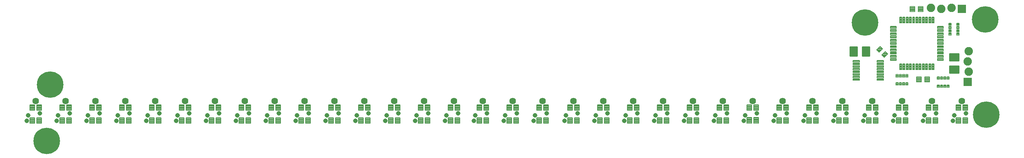
<source format=gts>
G75*
G70*
%OFA0B0*%
%FSLAX24Y24*%
%IPPOS*%
%LPD*%
%AMOC8*
5,1,8,0,0,1.08239X$1,22.5*
%
%ADD10C,0.2580*%
%ADD11C,0.0086*%
%ADD12C,0.0081*%
%ADD13C,0.0083*%
%ADD14C,0.0450*%
%ADD15C,0.0640*%
%ADD16C,0.0080*%
%ADD17C,0.0081*%
%ADD18R,0.0820X0.0820*%
%ADD19C,0.0820*%
%ADD20C,0.0083*%
D10*
X002865Y002306D03*
X003185Y007826D03*
X082285Y013886D03*
X093945Y014186D03*
X094065Y004866D03*
D11*
X090498Y008939D02*
X090498Y009633D01*
X091392Y009633D01*
X091392Y008939D01*
X090498Y008939D01*
X090498Y009024D02*
X091392Y009024D01*
X091392Y009109D02*
X090498Y009109D01*
X090498Y009194D02*
X091392Y009194D01*
X091392Y009279D02*
X090498Y009279D01*
X090498Y009364D02*
X091392Y009364D01*
X091392Y009449D02*
X090498Y009449D01*
X090498Y009534D02*
X091392Y009534D01*
X091392Y009619D02*
X090498Y009619D01*
X090498Y010139D02*
X090498Y010833D01*
X091392Y010833D01*
X091392Y010139D01*
X090498Y010139D01*
X090498Y010224D02*
X091392Y010224D01*
X091392Y010309D02*
X090498Y010309D01*
X090498Y010394D02*
X091392Y010394D01*
X091392Y010479D02*
X090498Y010479D01*
X090498Y010564D02*
X091392Y010564D01*
X091392Y010649D02*
X090498Y010649D01*
X090498Y010734D02*
X091392Y010734D01*
X091392Y010819D02*
X090498Y010819D01*
X082732Y011513D02*
X082038Y011513D01*
X082732Y011513D02*
X082732Y010619D01*
X082038Y010619D01*
X082038Y011513D01*
X082038Y010704D02*
X082732Y010704D01*
X082732Y010789D02*
X082038Y010789D01*
X082038Y010874D02*
X082732Y010874D01*
X082732Y010959D02*
X082038Y010959D01*
X082038Y011044D02*
X082732Y011044D01*
X082732Y011129D02*
X082038Y011129D01*
X082038Y011214D02*
X082732Y011214D01*
X082732Y011299D02*
X082038Y011299D01*
X082038Y011384D02*
X082732Y011384D01*
X082732Y011469D02*
X082038Y011469D01*
X081532Y011513D02*
X080838Y011513D01*
X081532Y011513D02*
X081532Y010619D01*
X080838Y010619D01*
X080838Y011513D01*
X080838Y010704D02*
X081532Y010704D01*
X081532Y010789D02*
X080838Y010789D01*
X080838Y010874D02*
X081532Y010874D01*
X081532Y010959D02*
X080838Y010959D01*
X080838Y011044D02*
X081532Y011044D01*
X081532Y011129D02*
X080838Y011129D01*
X080838Y011214D02*
X081532Y011214D01*
X081532Y011299D02*
X080838Y011299D01*
X080838Y011384D02*
X081532Y011384D01*
X081532Y011469D02*
X080838Y011469D01*
D12*
X090412Y012874D02*
X090648Y012874D01*
X090648Y012654D01*
X090412Y012654D01*
X090412Y012874D01*
X090412Y012734D02*
X090648Y012734D01*
X090648Y012814D02*
X090412Y012814D01*
X090412Y013189D02*
X090648Y013189D01*
X090648Y012969D01*
X090412Y012969D01*
X090412Y013189D01*
X090412Y013049D02*
X090648Y013049D01*
X090648Y013129D02*
X090412Y013129D01*
X090412Y013504D02*
X090648Y013504D01*
X090648Y013284D01*
X090412Y013284D01*
X090412Y013504D01*
X090412Y013364D02*
X090648Y013364D01*
X090648Y013444D02*
X090412Y013444D01*
X090412Y013819D02*
X090648Y013819D01*
X090648Y013599D01*
X090412Y013599D01*
X090412Y013819D01*
X090412Y013679D02*
X090648Y013679D01*
X090648Y013759D02*
X090412Y013759D01*
X091202Y013819D02*
X091438Y013819D01*
X091438Y013599D01*
X091202Y013599D01*
X091202Y013819D01*
X091202Y013679D02*
X091438Y013679D01*
X091438Y013759D02*
X091202Y013759D01*
X091202Y013504D02*
X091438Y013504D01*
X091438Y013284D01*
X091202Y013284D01*
X091202Y013504D01*
X091202Y013364D02*
X091438Y013364D01*
X091438Y013444D02*
X091202Y013444D01*
X091202Y013189D02*
X091438Y013189D01*
X091438Y012969D01*
X091202Y012969D01*
X091202Y013189D01*
X091202Y013049D02*
X091438Y013049D01*
X091438Y013129D02*
X091202Y013129D01*
X091202Y012874D02*
X091438Y012874D01*
X091438Y012654D01*
X091202Y012654D01*
X091202Y012874D01*
X091202Y012734D02*
X091438Y012734D01*
X091438Y012814D02*
X091202Y012814D01*
X086468Y008799D02*
X086468Y008563D01*
X086248Y008563D01*
X086248Y008799D01*
X086468Y008799D01*
X086468Y008643D02*
X086248Y008643D01*
X086248Y008723D02*
X086468Y008723D01*
X086153Y008799D02*
X086153Y008563D01*
X085933Y008563D01*
X085933Y008799D01*
X086153Y008799D01*
X086153Y008643D02*
X085933Y008643D01*
X085933Y008723D02*
X086153Y008723D01*
X085838Y008799D02*
X085838Y008563D01*
X085618Y008563D01*
X085618Y008799D01*
X085838Y008799D01*
X085838Y008643D02*
X085618Y008643D01*
X085618Y008723D02*
X085838Y008723D01*
X085523Y008799D02*
X085523Y008563D01*
X085303Y008563D01*
X085303Y008799D01*
X085523Y008799D01*
X085523Y008643D02*
X085303Y008643D01*
X085303Y008723D02*
X085523Y008723D01*
X085523Y008009D02*
X085523Y007773D01*
X085303Y007773D01*
X085303Y008009D01*
X085523Y008009D01*
X085523Y007853D02*
X085303Y007853D01*
X085303Y007933D02*
X085523Y007933D01*
X085838Y008009D02*
X085838Y007773D01*
X085618Y007773D01*
X085618Y008009D01*
X085838Y008009D01*
X085838Y007853D02*
X085618Y007853D01*
X085618Y007933D02*
X085838Y007933D01*
X086153Y008009D02*
X086153Y007773D01*
X085933Y007773D01*
X085933Y008009D01*
X086153Y008009D01*
X086153Y007853D02*
X085933Y007853D01*
X085933Y007933D02*
X086153Y007933D01*
X086468Y008009D02*
X086468Y007773D01*
X086248Y007773D01*
X086248Y008009D01*
X086468Y008009D01*
X086468Y007853D02*
X086248Y007853D01*
X086248Y007933D02*
X086468Y007933D01*
X089523Y007789D02*
X089523Y007553D01*
X089303Y007553D01*
X089303Y007789D01*
X089523Y007789D01*
X089523Y007633D02*
X089303Y007633D01*
X089303Y007713D02*
X089523Y007713D01*
X089838Y007789D02*
X089838Y007553D01*
X089618Y007553D01*
X089618Y007789D01*
X089838Y007789D01*
X089838Y007633D02*
X089618Y007633D01*
X089618Y007713D02*
X089838Y007713D01*
X090153Y007789D02*
X090153Y007553D01*
X089933Y007553D01*
X089933Y007789D01*
X090153Y007789D01*
X090153Y007633D02*
X089933Y007633D01*
X089933Y007713D02*
X090153Y007713D01*
X090468Y007789D02*
X090468Y007553D01*
X090248Y007553D01*
X090248Y007789D01*
X090468Y007789D01*
X090468Y007633D02*
X090248Y007633D01*
X090248Y007713D02*
X090468Y007713D01*
X090468Y008343D02*
X090468Y008579D01*
X090468Y008343D02*
X090248Y008343D01*
X090248Y008579D01*
X090468Y008579D01*
X090468Y008423D02*
X090248Y008423D01*
X090248Y008503D02*
X090468Y008503D01*
X090153Y008579D02*
X090153Y008343D01*
X089933Y008343D01*
X089933Y008579D01*
X090153Y008579D01*
X090153Y008423D02*
X089933Y008423D01*
X089933Y008503D02*
X090153Y008503D01*
X089838Y008579D02*
X089838Y008343D01*
X089618Y008343D01*
X089618Y008579D01*
X089838Y008579D01*
X089838Y008423D02*
X089618Y008423D01*
X089618Y008503D02*
X089838Y008503D01*
X089523Y008579D02*
X089523Y008343D01*
X089303Y008343D01*
X089303Y008579D01*
X089523Y008579D01*
X089523Y008423D02*
X089303Y008423D01*
X089303Y008503D02*
X089523Y008503D01*
D13*
X088570Y008081D02*
X088100Y008081D01*
X088100Y008591D01*
X088570Y008591D01*
X088570Y008081D01*
X088570Y008163D02*
X088100Y008163D01*
X088100Y008245D02*
X088570Y008245D01*
X088570Y008327D02*
X088100Y008327D01*
X088100Y008409D02*
X088570Y008409D01*
X088570Y008491D02*
X088100Y008491D01*
X088100Y008573D02*
X088570Y008573D01*
X087770Y008081D02*
X087300Y008081D01*
X087300Y008591D01*
X087770Y008591D01*
X087770Y008081D01*
X087770Y008163D02*
X087300Y008163D01*
X087300Y008245D02*
X087770Y008245D01*
X087770Y008327D02*
X087300Y008327D01*
X087300Y008409D02*
X087770Y008409D01*
X087770Y008491D02*
X087300Y008491D01*
X087300Y008573D02*
X087770Y008573D01*
X088216Y005302D02*
X088686Y005302D01*
X088216Y005302D02*
X088216Y005850D01*
X088686Y005850D01*
X088686Y005302D01*
X088686Y005384D02*
X088216Y005384D01*
X088216Y005466D02*
X088686Y005466D01*
X088686Y005548D02*
X088216Y005548D01*
X088216Y005630D02*
X088686Y005630D01*
X088686Y005712D02*
X088216Y005712D01*
X088216Y005794D02*
X088686Y005794D01*
X088905Y005302D02*
X089375Y005302D01*
X088905Y005302D02*
X088905Y005850D01*
X089375Y005850D01*
X089375Y005302D01*
X089375Y005384D02*
X088905Y005384D01*
X088905Y005466D02*
X089375Y005466D01*
X089375Y005548D02*
X088905Y005548D01*
X088905Y005630D02*
X089375Y005630D01*
X089375Y005712D02*
X088905Y005712D01*
X088905Y005794D02*
X089375Y005794D01*
X091116Y005302D02*
X091586Y005302D01*
X091116Y005302D02*
X091116Y005850D01*
X091586Y005850D01*
X091586Y005302D01*
X091586Y005384D02*
X091116Y005384D01*
X091116Y005466D02*
X091586Y005466D01*
X091586Y005548D02*
X091116Y005548D01*
X091116Y005630D02*
X091586Y005630D01*
X091586Y005712D02*
X091116Y005712D01*
X091116Y005794D02*
X091586Y005794D01*
X091805Y005302D02*
X092275Y005302D01*
X091805Y005302D02*
X091805Y005850D01*
X092275Y005850D01*
X092275Y005302D01*
X092275Y005384D02*
X091805Y005384D01*
X091805Y005466D02*
X092275Y005466D01*
X092275Y005548D02*
X091805Y005548D01*
X091805Y005630D02*
X092275Y005630D01*
X092275Y005712D02*
X091805Y005712D01*
X091805Y005794D02*
X092275Y005794D01*
X086475Y005302D02*
X086005Y005302D01*
X086005Y005850D01*
X086475Y005850D01*
X086475Y005302D01*
X086475Y005384D02*
X086005Y005384D01*
X086005Y005466D02*
X086475Y005466D01*
X086475Y005548D02*
X086005Y005548D01*
X086005Y005630D02*
X086475Y005630D01*
X086475Y005712D02*
X086005Y005712D01*
X086005Y005794D02*
X086475Y005794D01*
X085786Y005302D02*
X085316Y005302D01*
X085316Y005850D01*
X085786Y005850D01*
X085786Y005302D01*
X085786Y005384D02*
X085316Y005384D01*
X085316Y005466D02*
X085786Y005466D01*
X085786Y005548D02*
X085316Y005548D01*
X085316Y005630D02*
X085786Y005630D01*
X085786Y005712D02*
X085316Y005712D01*
X085316Y005794D02*
X085786Y005794D01*
X083575Y005302D02*
X083105Y005302D01*
X083105Y005850D01*
X083575Y005850D01*
X083575Y005302D01*
X083575Y005384D02*
X083105Y005384D01*
X083105Y005466D02*
X083575Y005466D01*
X083575Y005548D02*
X083105Y005548D01*
X083105Y005630D02*
X083575Y005630D01*
X083575Y005712D02*
X083105Y005712D01*
X083105Y005794D02*
X083575Y005794D01*
X082886Y005302D02*
X082416Y005302D01*
X082416Y005850D01*
X082886Y005850D01*
X082886Y005302D01*
X082886Y005384D02*
X082416Y005384D01*
X082416Y005466D02*
X082886Y005466D01*
X082886Y005548D02*
X082416Y005548D01*
X082416Y005630D02*
X082886Y005630D01*
X082886Y005712D02*
X082416Y005712D01*
X082416Y005794D02*
X082886Y005794D01*
X080675Y005302D02*
X080205Y005302D01*
X080205Y005850D01*
X080675Y005850D01*
X080675Y005302D01*
X080675Y005384D02*
X080205Y005384D01*
X080205Y005466D02*
X080675Y005466D01*
X080675Y005548D02*
X080205Y005548D01*
X080205Y005630D02*
X080675Y005630D01*
X080675Y005712D02*
X080205Y005712D01*
X080205Y005794D02*
X080675Y005794D01*
X079986Y005302D02*
X079516Y005302D01*
X079516Y005850D01*
X079986Y005850D01*
X079986Y005302D01*
X079986Y005384D02*
X079516Y005384D01*
X079516Y005466D02*
X079986Y005466D01*
X079986Y005548D02*
X079516Y005548D01*
X079516Y005630D02*
X079986Y005630D01*
X079986Y005712D02*
X079516Y005712D01*
X079516Y005794D02*
X079986Y005794D01*
X077775Y005302D02*
X077305Y005302D01*
X077305Y005850D01*
X077775Y005850D01*
X077775Y005302D01*
X077775Y005384D02*
X077305Y005384D01*
X077305Y005466D02*
X077775Y005466D01*
X077775Y005548D02*
X077305Y005548D01*
X077305Y005630D02*
X077775Y005630D01*
X077775Y005712D02*
X077305Y005712D01*
X077305Y005794D02*
X077775Y005794D01*
X077086Y005302D02*
X076616Y005302D01*
X076616Y005850D01*
X077086Y005850D01*
X077086Y005302D01*
X077086Y005384D02*
X076616Y005384D01*
X076616Y005466D02*
X077086Y005466D01*
X077086Y005548D02*
X076616Y005548D01*
X076616Y005630D02*
X077086Y005630D01*
X077086Y005712D02*
X076616Y005712D01*
X076616Y005794D02*
X077086Y005794D01*
X074875Y005302D02*
X074405Y005302D01*
X074405Y005850D01*
X074875Y005850D01*
X074875Y005302D01*
X074875Y005384D02*
X074405Y005384D01*
X074405Y005466D02*
X074875Y005466D01*
X074875Y005548D02*
X074405Y005548D01*
X074405Y005630D02*
X074875Y005630D01*
X074875Y005712D02*
X074405Y005712D01*
X074405Y005794D02*
X074875Y005794D01*
X074186Y005302D02*
X073716Y005302D01*
X073716Y005850D01*
X074186Y005850D01*
X074186Y005302D01*
X074186Y005384D02*
X073716Y005384D01*
X073716Y005466D02*
X074186Y005466D01*
X074186Y005548D02*
X073716Y005548D01*
X073716Y005630D02*
X074186Y005630D01*
X074186Y005712D02*
X073716Y005712D01*
X073716Y005794D02*
X074186Y005794D01*
X071975Y005312D02*
X071505Y005312D01*
X071505Y005860D01*
X071975Y005860D01*
X071975Y005312D01*
X071975Y005394D02*
X071505Y005394D01*
X071505Y005476D02*
X071975Y005476D01*
X071975Y005558D02*
X071505Y005558D01*
X071505Y005640D02*
X071975Y005640D01*
X071975Y005722D02*
X071505Y005722D01*
X071505Y005804D02*
X071975Y005804D01*
X071286Y005312D02*
X070816Y005312D01*
X070816Y005860D01*
X071286Y005860D01*
X071286Y005312D01*
X071286Y005394D02*
X070816Y005394D01*
X070816Y005476D02*
X071286Y005476D01*
X071286Y005558D02*
X070816Y005558D01*
X070816Y005640D02*
X071286Y005640D01*
X071286Y005722D02*
X070816Y005722D01*
X070816Y005804D02*
X071286Y005804D01*
X069075Y005302D02*
X068605Y005302D01*
X068605Y005850D01*
X069075Y005850D01*
X069075Y005302D01*
X069075Y005384D02*
X068605Y005384D01*
X068605Y005466D02*
X069075Y005466D01*
X069075Y005548D02*
X068605Y005548D01*
X068605Y005630D02*
X069075Y005630D01*
X069075Y005712D02*
X068605Y005712D01*
X068605Y005794D02*
X069075Y005794D01*
X068386Y005302D02*
X067916Y005302D01*
X067916Y005850D01*
X068386Y005850D01*
X068386Y005302D01*
X068386Y005384D02*
X067916Y005384D01*
X067916Y005466D02*
X068386Y005466D01*
X068386Y005548D02*
X067916Y005548D01*
X067916Y005630D02*
X068386Y005630D01*
X068386Y005712D02*
X067916Y005712D01*
X067916Y005794D02*
X068386Y005794D01*
X066175Y005302D02*
X065705Y005302D01*
X065705Y005850D01*
X066175Y005850D01*
X066175Y005302D01*
X066175Y005384D02*
X065705Y005384D01*
X065705Y005466D02*
X066175Y005466D01*
X066175Y005548D02*
X065705Y005548D01*
X065705Y005630D02*
X066175Y005630D01*
X066175Y005712D02*
X065705Y005712D01*
X065705Y005794D02*
X066175Y005794D01*
X065486Y005302D02*
X065016Y005302D01*
X065016Y005850D01*
X065486Y005850D01*
X065486Y005302D01*
X065486Y005384D02*
X065016Y005384D01*
X065016Y005466D02*
X065486Y005466D01*
X065486Y005548D02*
X065016Y005548D01*
X065016Y005630D02*
X065486Y005630D01*
X065486Y005712D02*
X065016Y005712D01*
X065016Y005794D02*
X065486Y005794D01*
X063275Y005302D02*
X062805Y005302D01*
X062805Y005850D01*
X063275Y005850D01*
X063275Y005302D01*
X063275Y005384D02*
X062805Y005384D01*
X062805Y005466D02*
X063275Y005466D01*
X063275Y005548D02*
X062805Y005548D01*
X062805Y005630D02*
X063275Y005630D01*
X063275Y005712D02*
X062805Y005712D01*
X062805Y005794D02*
X063275Y005794D01*
X062586Y005302D02*
X062116Y005302D01*
X062116Y005850D01*
X062586Y005850D01*
X062586Y005302D01*
X062586Y005384D02*
X062116Y005384D01*
X062116Y005466D02*
X062586Y005466D01*
X062586Y005548D02*
X062116Y005548D01*
X062116Y005630D02*
X062586Y005630D01*
X062586Y005712D02*
X062116Y005712D01*
X062116Y005794D02*
X062586Y005794D01*
X060375Y005302D02*
X059905Y005302D01*
X059905Y005850D01*
X060375Y005850D01*
X060375Y005302D01*
X060375Y005384D02*
X059905Y005384D01*
X059905Y005466D02*
X060375Y005466D01*
X060375Y005548D02*
X059905Y005548D01*
X059905Y005630D02*
X060375Y005630D01*
X060375Y005712D02*
X059905Y005712D01*
X059905Y005794D02*
X060375Y005794D01*
X059686Y005302D02*
X059216Y005302D01*
X059216Y005850D01*
X059686Y005850D01*
X059686Y005302D01*
X059686Y005384D02*
X059216Y005384D01*
X059216Y005466D02*
X059686Y005466D01*
X059686Y005548D02*
X059216Y005548D01*
X059216Y005630D02*
X059686Y005630D01*
X059686Y005712D02*
X059216Y005712D01*
X059216Y005794D02*
X059686Y005794D01*
X057475Y005302D02*
X057005Y005302D01*
X057005Y005850D01*
X057475Y005850D01*
X057475Y005302D01*
X057475Y005384D02*
X057005Y005384D01*
X057005Y005466D02*
X057475Y005466D01*
X057475Y005548D02*
X057005Y005548D01*
X057005Y005630D02*
X057475Y005630D01*
X057475Y005712D02*
X057005Y005712D01*
X057005Y005794D02*
X057475Y005794D01*
X056786Y005302D02*
X056316Y005302D01*
X056316Y005850D01*
X056786Y005850D01*
X056786Y005302D01*
X056786Y005384D02*
X056316Y005384D01*
X056316Y005466D02*
X056786Y005466D01*
X056786Y005548D02*
X056316Y005548D01*
X056316Y005630D02*
X056786Y005630D01*
X056786Y005712D02*
X056316Y005712D01*
X056316Y005794D02*
X056786Y005794D01*
X054575Y005302D02*
X054105Y005302D01*
X054105Y005850D01*
X054575Y005850D01*
X054575Y005302D01*
X054575Y005384D02*
X054105Y005384D01*
X054105Y005466D02*
X054575Y005466D01*
X054575Y005548D02*
X054105Y005548D01*
X054105Y005630D02*
X054575Y005630D01*
X054575Y005712D02*
X054105Y005712D01*
X054105Y005794D02*
X054575Y005794D01*
X053886Y005302D02*
X053416Y005302D01*
X053416Y005850D01*
X053886Y005850D01*
X053886Y005302D01*
X053886Y005384D02*
X053416Y005384D01*
X053416Y005466D02*
X053886Y005466D01*
X053886Y005548D02*
X053416Y005548D01*
X053416Y005630D02*
X053886Y005630D01*
X053886Y005712D02*
X053416Y005712D01*
X053416Y005794D02*
X053886Y005794D01*
X051575Y005302D02*
X051105Y005302D01*
X051105Y005850D01*
X051575Y005850D01*
X051575Y005302D01*
X051575Y005384D02*
X051105Y005384D01*
X051105Y005466D02*
X051575Y005466D01*
X051575Y005548D02*
X051105Y005548D01*
X051105Y005630D02*
X051575Y005630D01*
X051575Y005712D02*
X051105Y005712D01*
X051105Y005794D02*
X051575Y005794D01*
X050886Y005302D02*
X050416Y005302D01*
X050416Y005850D01*
X050886Y005850D01*
X050886Y005302D01*
X050886Y005384D02*
X050416Y005384D01*
X050416Y005466D02*
X050886Y005466D01*
X050886Y005548D02*
X050416Y005548D01*
X050416Y005630D02*
X050886Y005630D01*
X050886Y005712D02*
X050416Y005712D01*
X050416Y005794D02*
X050886Y005794D01*
X048675Y005302D02*
X048205Y005302D01*
X048205Y005850D01*
X048675Y005850D01*
X048675Y005302D01*
X048675Y005384D02*
X048205Y005384D01*
X048205Y005466D02*
X048675Y005466D01*
X048675Y005548D02*
X048205Y005548D01*
X048205Y005630D02*
X048675Y005630D01*
X048675Y005712D02*
X048205Y005712D01*
X048205Y005794D02*
X048675Y005794D01*
X047986Y005302D02*
X047516Y005302D01*
X047516Y005850D01*
X047986Y005850D01*
X047986Y005302D01*
X047986Y005384D02*
X047516Y005384D01*
X047516Y005466D02*
X047986Y005466D01*
X047986Y005548D02*
X047516Y005548D01*
X047516Y005630D02*
X047986Y005630D01*
X047986Y005712D02*
X047516Y005712D01*
X047516Y005794D02*
X047986Y005794D01*
X045775Y005302D02*
X045305Y005302D01*
X045305Y005850D01*
X045775Y005850D01*
X045775Y005302D01*
X045775Y005384D02*
X045305Y005384D01*
X045305Y005466D02*
X045775Y005466D01*
X045775Y005548D02*
X045305Y005548D01*
X045305Y005630D02*
X045775Y005630D01*
X045775Y005712D02*
X045305Y005712D01*
X045305Y005794D02*
X045775Y005794D01*
X045086Y005302D02*
X044616Y005302D01*
X044616Y005850D01*
X045086Y005850D01*
X045086Y005302D01*
X045086Y005384D02*
X044616Y005384D01*
X044616Y005466D02*
X045086Y005466D01*
X045086Y005548D02*
X044616Y005548D01*
X044616Y005630D02*
X045086Y005630D01*
X045086Y005712D02*
X044616Y005712D01*
X044616Y005794D02*
X045086Y005794D01*
X042975Y005302D02*
X042505Y005302D01*
X042505Y005850D01*
X042975Y005850D01*
X042975Y005302D01*
X042975Y005384D02*
X042505Y005384D01*
X042505Y005466D02*
X042975Y005466D01*
X042975Y005548D02*
X042505Y005548D01*
X042505Y005630D02*
X042975Y005630D01*
X042975Y005712D02*
X042505Y005712D01*
X042505Y005794D02*
X042975Y005794D01*
X042286Y005302D02*
X041816Y005302D01*
X041816Y005850D01*
X042286Y005850D01*
X042286Y005302D01*
X042286Y005384D02*
X041816Y005384D01*
X041816Y005466D02*
X042286Y005466D01*
X042286Y005548D02*
X041816Y005548D01*
X041816Y005630D02*
X042286Y005630D01*
X042286Y005712D02*
X041816Y005712D01*
X041816Y005794D02*
X042286Y005794D01*
X040075Y005302D02*
X039605Y005302D01*
X039605Y005850D01*
X040075Y005850D01*
X040075Y005302D01*
X040075Y005384D02*
X039605Y005384D01*
X039605Y005466D02*
X040075Y005466D01*
X040075Y005548D02*
X039605Y005548D01*
X039605Y005630D02*
X040075Y005630D01*
X040075Y005712D02*
X039605Y005712D01*
X039605Y005794D02*
X040075Y005794D01*
X039386Y005302D02*
X038916Y005302D01*
X038916Y005850D01*
X039386Y005850D01*
X039386Y005302D01*
X039386Y005384D02*
X038916Y005384D01*
X038916Y005466D02*
X039386Y005466D01*
X039386Y005548D02*
X038916Y005548D01*
X038916Y005630D02*
X039386Y005630D01*
X039386Y005712D02*
X038916Y005712D01*
X038916Y005794D02*
X039386Y005794D01*
X037175Y005302D02*
X036705Y005302D01*
X036705Y005850D01*
X037175Y005850D01*
X037175Y005302D01*
X037175Y005384D02*
X036705Y005384D01*
X036705Y005466D02*
X037175Y005466D01*
X037175Y005548D02*
X036705Y005548D01*
X036705Y005630D02*
X037175Y005630D01*
X037175Y005712D02*
X036705Y005712D01*
X036705Y005794D02*
X037175Y005794D01*
X036486Y005302D02*
X036016Y005302D01*
X036016Y005850D01*
X036486Y005850D01*
X036486Y005302D01*
X036486Y005384D02*
X036016Y005384D01*
X036016Y005466D02*
X036486Y005466D01*
X036486Y005548D02*
X036016Y005548D01*
X036016Y005630D02*
X036486Y005630D01*
X036486Y005712D02*
X036016Y005712D01*
X036016Y005794D02*
X036486Y005794D01*
X034275Y005302D02*
X033805Y005302D01*
X033805Y005850D01*
X034275Y005850D01*
X034275Y005302D01*
X034275Y005384D02*
X033805Y005384D01*
X033805Y005466D02*
X034275Y005466D01*
X034275Y005548D02*
X033805Y005548D01*
X033805Y005630D02*
X034275Y005630D01*
X034275Y005712D02*
X033805Y005712D01*
X033805Y005794D02*
X034275Y005794D01*
X033586Y005302D02*
X033116Y005302D01*
X033116Y005850D01*
X033586Y005850D01*
X033586Y005302D01*
X033586Y005384D02*
X033116Y005384D01*
X033116Y005466D02*
X033586Y005466D01*
X033586Y005548D02*
X033116Y005548D01*
X033116Y005630D02*
X033586Y005630D01*
X033586Y005712D02*
X033116Y005712D01*
X033116Y005794D02*
X033586Y005794D01*
X031375Y005302D02*
X030905Y005302D01*
X030905Y005850D01*
X031375Y005850D01*
X031375Y005302D01*
X031375Y005384D02*
X030905Y005384D01*
X030905Y005466D02*
X031375Y005466D01*
X031375Y005548D02*
X030905Y005548D01*
X030905Y005630D02*
X031375Y005630D01*
X031375Y005712D02*
X030905Y005712D01*
X030905Y005794D02*
X031375Y005794D01*
X030686Y005302D02*
X030216Y005302D01*
X030216Y005850D01*
X030686Y005850D01*
X030686Y005302D01*
X030686Y005384D02*
X030216Y005384D01*
X030216Y005466D02*
X030686Y005466D01*
X030686Y005548D02*
X030216Y005548D01*
X030216Y005630D02*
X030686Y005630D01*
X030686Y005712D02*
X030216Y005712D01*
X030216Y005794D02*
X030686Y005794D01*
X028475Y005302D02*
X028005Y005302D01*
X028005Y005850D01*
X028475Y005850D01*
X028475Y005302D01*
X028475Y005384D02*
X028005Y005384D01*
X028005Y005466D02*
X028475Y005466D01*
X028475Y005548D02*
X028005Y005548D01*
X028005Y005630D02*
X028475Y005630D01*
X028475Y005712D02*
X028005Y005712D01*
X028005Y005794D02*
X028475Y005794D01*
X027786Y005302D02*
X027316Y005302D01*
X027316Y005850D01*
X027786Y005850D01*
X027786Y005302D01*
X027786Y005384D02*
X027316Y005384D01*
X027316Y005466D02*
X027786Y005466D01*
X027786Y005548D02*
X027316Y005548D01*
X027316Y005630D02*
X027786Y005630D01*
X027786Y005712D02*
X027316Y005712D01*
X027316Y005794D02*
X027786Y005794D01*
X025575Y005302D02*
X025105Y005302D01*
X025105Y005850D01*
X025575Y005850D01*
X025575Y005302D01*
X025575Y005384D02*
X025105Y005384D01*
X025105Y005466D02*
X025575Y005466D01*
X025575Y005548D02*
X025105Y005548D01*
X025105Y005630D02*
X025575Y005630D01*
X025575Y005712D02*
X025105Y005712D01*
X025105Y005794D02*
X025575Y005794D01*
X024886Y005302D02*
X024416Y005302D01*
X024416Y005850D01*
X024886Y005850D01*
X024886Y005302D01*
X024886Y005384D02*
X024416Y005384D01*
X024416Y005466D02*
X024886Y005466D01*
X024886Y005548D02*
X024416Y005548D01*
X024416Y005630D02*
X024886Y005630D01*
X024886Y005712D02*
X024416Y005712D01*
X024416Y005794D02*
X024886Y005794D01*
X022675Y005302D02*
X022205Y005302D01*
X022205Y005850D01*
X022675Y005850D01*
X022675Y005302D01*
X022675Y005384D02*
X022205Y005384D01*
X022205Y005466D02*
X022675Y005466D01*
X022675Y005548D02*
X022205Y005548D01*
X022205Y005630D02*
X022675Y005630D01*
X022675Y005712D02*
X022205Y005712D01*
X022205Y005794D02*
X022675Y005794D01*
X021986Y005302D02*
X021516Y005302D01*
X021516Y005850D01*
X021986Y005850D01*
X021986Y005302D01*
X021986Y005384D02*
X021516Y005384D01*
X021516Y005466D02*
X021986Y005466D01*
X021986Y005548D02*
X021516Y005548D01*
X021516Y005630D02*
X021986Y005630D01*
X021986Y005712D02*
X021516Y005712D01*
X021516Y005794D02*
X021986Y005794D01*
X019775Y005302D02*
X019305Y005302D01*
X019305Y005850D01*
X019775Y005850D01*
X019775Y005302D01*
X019775Y005384D02*
X019305Y005384D01*
X019305Y005466D02*
X019775Y005466D01*
X019775Y005548D02*
X019305Y005548D01*
X019305Y005630D02*
X019775Y005630D01*
X019775Y005712D02*
X019305Y005712D01*
X019305Y005794D02*
X019775Y005794D01*
X019086Y005302D02*
X018616Y005302D01*
X018616Y005850D01*
X019086Y005850D01*
X019086Y005302D01*
X019086Y005384D02*
X018616Y005384D01*
X018616Y005466D02*
X019086Y005466D01*
X019086Y005548D02*
X018616Y005548D01*
X018616Y005630D02*
X019086Y005630D01*
X019086Y005712D02*
X018616Y005712D01*
X018616Y005794D02*
X019086Y005794D01*
X016875Y005302D02*
X016405Y005302D01*
X016405Y005850D01*
X016875Y005850D01*
X016875Y005302D01*
X016875Y005384D02*
X016405Y005384D01*
X016405Y005466D02*
X016875Y005466D01*
X016875Y005548D02*
X016405Y005548D01*
X016405Y005630D02*
X016875Y005630D01*
X016875Y005712D02*
X016405Y005712D01*
X016405Y005794D02*
X016875Y005794D01*
X016186Y005302D02*
X015716Y005302D01*
X015716Y005850D01*
X016186Y005850D01*
X016186Y005302D01*
X016186Y005384D02*
X015716Y005384D01*
X015716Y005466D02*
X016186Y005466D01*
X016186Y005548D02*
X015716Y005548D01*
X015716Y005630D02*
X016186Y005630D01*
X016186Y005712D02*
X015716Y005712D01*
X015716Y005794D02*
X016186Y005794D01*
X013975Y005302D02*
X013505Y005302D01*
X013505Y005850D01*
X013975Y005850D01*
X013975Y005302D01*
X013975Y005384D02*
X013505Y005384D01*
X013505Y005466D02*
X013975Y005466D01*
X013975Y005548D02*
X013505Y005548D01*
X013505Y005630D02*
X013975Y005630D01*
X013975Y005712D02*
X013505Y005712D01*
X013505Y005794D02*
X013975Y005794D01*
X013286Y005302D02*
X012816Y005302D01*
X012816Y005850D01*
X013286Y005850D01*
X013286Y005302D01*
X013286Y005384D02*
X012816Y005384D01*
X012816Y005466D02*
X013286Y005466D01*
X013286Y005548D02*
X012816Y005548D01*
X012816Y005630D02*
X013286Y005630D01*
X013286Y005712D02*
X012816Y005712D01*
X012816Y005794D02*
X013286Y005794D01*
X011075Y005302D02*
X010605Y005302D01*
X010605Y005850D01*
X011075Y005850D01*
X011075Y005302D01*
X011075Y005384D02*
X010605Y005384D01*
X010605Y005466D02*
X011075Y005466D01*
X011075Y005548D02*
X010605Y005548D01*
X010605Y005630D02*
X011075Y005630D01*
X011075Y005712D02*
X010605Y005712D01*
X010605Y005794D02*
X011075Y005794D01*
X010386Y005302D02*
X009916Y005302D01*
X009916Y005850D01*
X010386Y005850D01*
X010386Y005302D01*
X010386Y005384D02*
X009916Y005384D01*
X009916Y005466D02*
X010386Y005466D01*
X010386Y005548D02*
X009916Y005548D01*
X009916Y005630D02*
X010386Y005630D01*
X010386Y005712D02*
X009916Y005712D01*
X009916Y005794D02*
X010386Y005794D01*
X008175Y005302D02*
X007705Y005302D01*
X007705Y005850D01*
X008175Y005850D01*
X008175Y005302D01*
X008175Y005384D02*
X007705Y005384D01*
X007705Y005466D02*
X008175Y005466D01*
X008175Y005548D02*
X007705Y005548D01*
X007705Y005630D02*
X008175Y005630D01*
X008175Y005712D02*
X007705Y005712D01*
X007705Y005794D02*
X008175Y005794D01*
X007486Y005302D02*
X007016Y005302D01*
X007016Y005850D01*
X007486Y005850D01*
X007486Y005302D01*
X007486Y005384D02*
X007016Y005384D01*
X007016Y005466D02*
X007486Y005466D01*
X007486Y005548D02*
X007016Y005548D01*
X007016Y005630D02*
X007486Y005630D01*
X007486Y005712D02*
X007016Y005712D01*
X007016Y005794D02*
X007486Y005794D01*
X005275Y005302D02*
X004805Y005302D01*
X004805Y005850D01*
X005275Y005850D01*
X005275Y005302D01*
X005275Y005384D02*
X004805Y005384D01*
X004805Y005466D02*
X005275Y005466D01*
X005275Y005548D02*
X004805Y005548D01*
X004805Y005630D02*
X005275Y005630D01*
X005275Y005712D02*
X004805Y005712D01*
X004805Y005794D02*
X005275Y005794D01*
X004586Y005302D02*
X004116Y005302D01*
X004116Y005850D01*
X004586Y005850D01*
X004586Y005302D01*
X004586Y005384D02*
X004116Y005384D01*
X004116Y005466D02*
X004586Y005466D01*
X004586Y005548D02*
X004116Y005548D01*
X004116Y005630D02*
X004586Y005630D01*
X004586Y005712D02*
X004116Y005712D01*
X004116Y005794D02*
X004586Y005794D01*
X002375Y005302D02*
X001905Y005302D01*
X001905Y005850D01*
X002375Y005850D01*
X002375Y005302D01*
X002375Y005384D02*
X001905Y005384D01*
X001905Y005466D02*
X002375Y005466D01*
X002375Y005548D02*
X001905Y005548D01*
X001905Y005630D02*
X002375Y005630D01*
X002375Y005712D02*
X001905Y005712D01*
X001905Y005794D02*
X002375Y005794D01*
X001686Y005302D02*
X001216Y005302D01*
X001216Y005850D01*
X001686Y005850D01*
X001686Y005302D01*
X001686Y005384D02*
X001216Y005384D01*
X001216Y005466D02*
X001686Y005466D01*
X001686Y005548D02*
X001216Y005548D01*
X001216Y005630D02*
X001686Y005630D01*
X001686Y005712D02*
X001216Y005712D01*
X001216Y005794D02*
X001686Y005794D01*
X001686Y004043D02*
X001216Y004043D01*
X001216Y004591D01*
X001686Y004591D01*
X001686Y004043D01*
X001686Y004125D02*
X001216Y004125D01*
X001216Y004207D02*
X001686Y004207D01*
X001686Y004289D02*
X001216Y004289D01*
X001216Y004371D02*
X001686Y004371D01*
X001686Y004453D02*
X001216Y004453D01*
X001216Y004535D02*
X001686Y004535D01*
X001905Y004043D02*
X002375Y004043D01*
X001905Y004043D02*
X001905Y004591D01*
X002375Y004591D01*
X002375Y004043D01*
X002375Y004125D02*
X001905Y004125D01*
X001905Y004207D02*
X002375Y004207D01*
X002375Y004289D02*
X001905Y004289D01*
X001905Y004371D02*
X002375Y004371D01*
X002375Y004453D02*
X001905Y004453D01*
X001905Y004535D02*
X002375Y004535D01*
X004116Y004043D02*
X004586Y004043D01*
X004116Y004043D02*
X004116Y004591D01*
X004586Y004591D01*
X004586Y004043D01*
X004586Y004125D02*
X004116Y004125D01*
X004116Y004207D02*
X004586Y004207D01*
X004586Y004289D02*
X004116Y004289D01*
X004116Y004371D02*
X004586Y004371D01*
X004586Y004453D02*
X004116Y004453D01*
X004116Y004535D02*
X004586Y004535D01*
X004805Y004043D02*
X005275Y004043D01*
X004805Y004043D02*
X004805Y004591D01*
X005275Y004591D01*
X005275Y004043D01*
X005275Y004125D02*
X004805Y004125D01*
X004805Y004207D02*
X005275Y004207D01*
X005275Y004289D02*
X004805Y004289D01*
X004805Y004371D02*
X005275Y004371D01*
X005275Y004453D02*
X004805Y004453D01*
X004805Y004535D02*
X005275Y004535D01*
X007016Y004043D02*
X007486Y004043D01*
X007016Y004043D02*
X007016Y004591D01*
X007486Y004591D01*
X007486Y004043D01*
X007486Y004125D02*
X007016Y004125D01*
X007016Y004207D02*
X007486Y004207D01*
X007486Y004289D02*
X007016Y004289D01*
X007016Y004371D02*
X007486Y004371D01*
X007486Y004453D02*
X007016Y004453D01*
X007016Y004535D02*
X007486Y004535D01*
X007705Y004043D02*
X008175Y004043D01*
X007705Y004043D02*
X007705Y004591D01*
X008175Y004591D01*
X008175Y004043D01*
X008175Y004125D02*
X007705Y004125D01*
X007705Y004207D02*
X008175Y004207D01*
X008175Y004289D02*
X007705Y004289D01*
X007705Y004371D02*
X008175Y004371D01*
X008175Y004453D02*
X007705Y004453D01*
X007705Y004535D02*
X008175Y004535D01*
X009916Y004043D02*
X010386Y004043D01*
X009916Y004043D02*
X009916Y004591D01*
X010386Y004591D01*
X010386Y004043D01*
X010386Y004125D02*
X009916Y004125D01*
X009916Y004207D02*
X010386Y004207D01*
X010386Y004289D02*
X009916Y004289D01*
X009916Y004371D02*
X010386Y004371D01*
X010386Y004453D02*
X009916Y004453D01*
X009916Y004535D02*
X010386Y004535D01*
X010605Y004043D02*
X011075Y004043D01*
X010605Y004043D02*
X010605Y004591D01*
X011075Y004591D01*
X011075Y004043D01*
X011075Y004125D02*
X010605Y004125D01*
X010605Y004207D02*
X011075Y004207D01*
X011075Y004289D02*
X010605Y004289D01*
X010605Y004371D02*
X011075Y004371D01*
X011075Y004453D02*
X010605Y004453D01*
X010605Y004535D02*
X011075Y004535D01*
X012816Y004043D02*
X013286Y004043D01*
X012816Y004043D02*
X012816Y004591D01*
X013286Y004591D01*
X013286Y004043D01*
X013286Y004125D02*
X012816Y004125D01*
X012816Y004207D02*
X013286Y004207D01*
X013286Y004289D02*
X012816Y004289D01*
X012816Y004371D02*
X013286Y004371D01*
X013286Y004453D02*
X012816Y004453D01*
X012816Y004535D02*
X013286Y004535D01*
X013505Y004043D02*
X013975Y004043D01*
X013505Y004043D02*
X013505Y004591D01*
X013975Y004591D01*
X013975Y004043D01*
X013975Y004125D02*
X013505Y004125D01*
X013505Y004207D02*
X013975Y004207D01*
X013975Y004289D02*
X013505Y004289D01*
X013505Y004371D02*
X013975Y004371D01*
X013975Y004453D02*
X013505Y004453D01*
X013505Y004535D02*
X013975Y004535D01*
X015716Y004043D02*
X016186Y004043D01*
X015716Y004043D02*
X015716Y004591D01*
X016186Y004591D01*
X016186Y004043D01*
X016186Y004125D02*
X015716Y004125D01*
X015716Y004207D02*
X016186Y004207D01*
X016186Y004289D02*
X015716Y004289D01*
X015716Y004371D02*
X016186Y004371D01*
X016186Y004453D02*
X015716Y004453D01*
X015716Y004535D02*
X016186Y004535D01*
X016405Y004043D02*
X016875Y004043D01*
X016405Y004043D02*
X016405Y004591D01*
X016875Y004591D01*
X016875Y004043D01*
X016875Y004125D02*
X016405Y004125D01*
X016405Y004207D02*
X016875Y004207D01*
X016875Y004289D02*
X016405Y004289D01*
X016405Y004371D02*
X016875Y004371D01*
X016875Y004453D02*
X016405Y004453D01*
X016405Y004535D02*
X016875Y004535D01*
X018616Y004043D02*
X019086Y004043D01*
X018616Y004043D02*
X018616Y004591D01*
X019086Y004591D01*
X019086Y004043D01*
X019086Y004125D02*
X018616Y004125D01*
X018616Y004207D02*
X019086Y004207D01*
X019086Y004289D02*
X018616Y004289D01*
X018616Y004371D02*
X019086Y004371D01*
X019086Y004453D02*
X018616Y004453D01*
X018616Y004535D02*
X019086Y004535D01*
X019305Y004043D02*
X019775Y004043D01*
X019305Y004043D02*
X019305Y004591D01*
X019775Y004591D01*
X019775Y004043D01*
X019775Y004125D02*
X019305Y004125D01*
X019305Y004207D02*
X019775Y004207D01*
X019775Y004289D02*
X019305Y004289D01*
X019305Y004371D02*
X019775Y004371D01*
X019775Y004453D02*
X019305Y004453D01*
X019305Y004535D02*
X019775Y004535D01*
X021516Y004043D02*
X021986Y004043D01*
X021516Y004043D02*
X021516Y004591D01*
X021986Y004591D01*
X021986Y004043D01*
X021986Y004125D02*
X021516Y004125D01*
X021516Y004207D02*
X021986Y004207D01*
X021986Y004289D02*
X021516Y004289D01*
X021516Y004371D02*
X021986Y004371D01*
X021986Y004453D02*
X021516Y004453D01*
X021516Y004535D02*
X021986Y004535D01*
X022205Y004043D02*
X022675Y004043D01*
X022205Y004043D02*
X022205Y004591D01*
X022675Y004591D01*
X022675Y004043D01*
X022675Y004125D02*
X022205Y004125D01*
X022205Y004207D02*
X022675Y004207D01*
X022675Y004289D02*
X022205Y004289D01*
X022205Y004371D02*
X022675Y004371D01*
X022675Y004453D02*
X022205Y004453D01*
X022205Y004535D02*
X022675Y004535D01*
X024416Y004043D02*
X024886Y004043D01*
X024416Y004043D02*
X024416Y004591D01*
X024886Y004591D01*
X024886Y004043D01*
X024886Y004125D02*
X024416Y004125D01*
X024416Y004207D02*
X024886Y004207D01*
X024886Y004289D02*
X024416Y004289D01*
X024416Y004371D02*
X024886Y004371D01*
X024886Y004453D02*
X024416Y004453D01*
X024416Y004535D02*
X024886Y004535D01*
X025105Y004043D02*
X025575Y004043D01*
X025105Y004043D02*
X025105Y004591D01*
X025575Y004591D01*
X025575Y004043D01*
X025575Y004125D02*
X025105Y004125D01*
X025105Y004207D02*
X025575Y004207D01*
X025575Y004289D02*
X025105Y004289D01*
X025105Y004371D02*
X025575Y004371D01*
X025575Y004453D02*
X025105Y004453D01*
X025105Y004535D02*
X025575Y004535D01*
X027316Y004043D02*
X027786Y004043D01*
X027316Y004043D02*
X027316Y004591D01*
X027786Y004591D01*
X027786Y004043D01*
X027786Y004125D02*
X027316Y004125D01*
X027316Y004207D02*
X027786Y004207D01*
X027786Y004289D02*
X027316Y004289D01*
X027316Y004371D02*
X027786Y004371D01*
X027786Y004453D02*
X027316Y004453D01*
X027316Y004535D02*
X027786Y004535D01*
X028005Y004043D02*
X028475Y004043D01*
X028005Y004043D02*
X028005Y004591D01*
X028475Y004591D01*
X028475Y004043D01*
X028475Y004125D02*
X028005Y004125D01*
X028005Y004207D02*
X028475Y004207D01*
X028475Y004289D02*
X028005Y004289D01*
X028005Y004371D02*
X028475Y004371D01*
X028475Y004453D02*
X028005Y004453D01*
X028005Y004535D02*
X028475Y004535D01*
X030216Y004043D02*
X030686Y004043D01*
X030216Y004043D02*
X030216Y004591D01*
X030686Y004591D01*
X030686Y004043D01*
X030686Y004125D02*
X030216Y004125D01*
X030216Y004207D02*
X030686Y004207D01*
X030686Y004289D02*
X030216Y004289D01*
X030216Y004371D02*
X030686Y004371D01*
X030686Y004453D02*
X030216Y004453D01*
X030216Y004535D02*
X030686Y004535D01*
X030905Y004043D02*
X031375Y004043D01*
X030905Y004043D02*
X030905Y004591D01*
X031375Y004591D01*
X031375Y004043D01*
X031375Y004125D02*
X030905Y004125D01*
X030905Y004207D02*
X031375Y004207D01*
X031375Y004289D02*
X030905Y004289D01*
X030905Y004371D02*
X031375Y004371D01*
X031375Y004453D02*
X030905Y004453D01*
X030905Y004535D02*
X031375Y004535D01*
X033116Y004043D02*
X033586Y004043D01*
X033116Y004043D02*
X033116Y004591D01*
X033586Y004591D01*
X033586Y004043D01*
X033586Y004125D02*
X033116Y004125D01*
X033116Y004207D02*
X033586Y004207D01*
X033586Y004289D02*
X033116Y004289D01*
X033116Y004371D02*
X033586Y004371D01*
X033586Y004453D02*
X033116Y004453D01*
X033116Y004535D02*
X033586Y004535D01*
X033805Y004043D02*
X034275Y004043D01*
X033805Y004043D02*
X033805Y004591D01*
X034275Y004591D01*
X034275Y004043D01*
X034275Y004125D02*
X033805Y004125D01*
X033805Y004207D02*
X034275Y004207D01*
X034275Y004289D02*
X033805Y004289D01*
X033805Y004371D02*
X034275Y004371D01*
X034275Y004453D02*
X033805Y004453D01*
X033805Y004535D02*
X034275Y004535D01*
X036016Y004043D02*
X036486Y004043D01*
X036016Y004043D02*
X036016Y004591D01*
X036486Y004591D01*
X036486Y004043D01*
X036486Y004125D02*
X036016Y004125D01*
X036016Y004207D02*
X036486Y004207D01*
X036486Y004289D02*
X036016Y004289D01*
X036016Y004371D02*
X036486Y004371D01*
X036486Y004453D02*
X036016Y004453D01*
X036016Y004535D02*
X036486Y004535D01*
X036705Y004043D02*
X037175Y004043D01*
X036705Y004043D02*
X036705Y004591D01*
X037175Y004591D01*
X037175Y004043D01*
X037175Y004125D02*
X036705Y004125D01*
X036705Y004207D02*
X037175Y004207D01*
X037175Y004289D02*
X036705Y004289D01*
X036705Y004371D02*
X037175Y004371D01*
X037175Y004453D02*
X036705Y004453D01*
X036705Y004535D02*
X037175Y004535D01*
X038916Y004043D02*
X039386Y004043D01*
X038916Y004043D02*
X038916Y004591D01*
X039386Y004591D01*
X039386Y004043D01*
X039386Y004125D02*
X038916Y004125D01*
X038916Y004207D02*
X039386Y004207D01*
X039386Y004289D02*
X038916Y004289D01*
X038916Y004371D02*
X039386Y004371D01*
X039386Y004453D02*
X038916Y004453D01*
X038916Y004535D02*
X039386Y004535D01*
X039605Y004043D02*
X040075Y004043D01*
X039605Y004043D02*
X039605Y004591D01*
X040075Y004591D01*
X040075Y004043D01*
X040075Y004125D02*
X039605Y004125D01*
X039605Y004207D02*
X040075Y004207D01*
X040075Y004289D02*
X039605Y004289D01*
X039605Y004371D02*
X040075Y004371D01*
X040075Y004453D02*
X039605Y004453D01*
X039605Y004535D02*
X040075Y004535D01*
X041816Y004043D02*
X042286Y004043D01*
X041816Y004043D02*
X041816Y004591D01*
X042286Y004591D01*
X042286Y004043D01*
X042286Y004125D02*
X041816Y004125D01*
X041816Y004207D02*
X042286Y004207D01*
X042286Y004289D02*
X041816Y004289D01*
X041816Y004371D02*
X042286Y004371D01*
X042286Y004453D02*
X041816Y004453D01*
X041816Y004535D02*
X042286Y004535D01*
X042505Y004043D02*
X042975Y004043D01*
X042505Y004043D02*
X042505Y004591D01*
X042975Y004591D01*
X042975Y004043D01*
X042975Y004125D02*
X042505Y004125D01*
X042505Y004207D02*
X042975Y004207D01*
X042975Y004289D02*
X042505Y004289D01*
X042505Y004371D02*
X042975Y004371D01*
X042975Y004453D02*
X042505Y004453D01*
X042505Y004535D02*
X042975Y004535D01*
X044616Y004043D02*
X045086Y004043D01*
X044616Y004043D02*
X044616Y004591D01*
X045086Y004591D01*
X045086Y004043D01*
X045086Y004125D02*
X044616Y004125D01*
X044616Y004207D02*
X045086Y004207D01*
X045086Y004289D02*
X044616Y004289D01*
X044616Y004371D02*
X045086Y004371D01*
X045086Y004453D02*
X044616Y004453D01*
X044616Y004535D02*
X045086Y004535D01*
X045305Y004043D02*
X045775Y004043D01*
X045305Y004043D02*
X045305Y004591D01*
X045775Y004591D01*
X045775Y004043D01*
X045775Y004125D02*
X045305Y004125D01*
X045305Y004207D02*
X045775Y004207D01*
X045775Y004289D02*
X045305Y004289D01*
X045305Y004371D02*
X045775Y004371D01*
X045775Y004453D02*
X045305Y004453D01*
X045305Y004535D02*
X045775Y004535D01*
X047516Y004043D02*
X047986Y004043D01*
X047516Y004043D02*
X047516Y004591D01*
X047986Y004591D01*
X047986Y004043D01*
X047986Y004125D02*
X047516Y004125D01*
X047516Y004207D02*
X047986Y004207D01*
X047986Y004289D02*
X047516Y004289D01*
X047516Y004371D02*
X047986Y004371D01*
X047986Y004453D02*
X047516Y004453D01*
X047516Y004535D02*
X047986Y004535D01*
X048205Y004043D02*
X048675Y004043D01*
X048205Y004043D02*
X048205Y004591D01*
X048675Y004591D01*
X048675Y004043D01*
X048675Y004125D02*
X048205Y004125D01*
X048205Y004207D02*
X048675Y004207D01*
X048675Y004289D02*
X048205Y004289D01*
X048205Y004371D02*
X048675Y004371D01*
X048675Y004453D02*
X048205Y004453D01*
X048205Y004535D02*
X048675Y004535D01*
X050416Y004043D02*
X050886Y004043D01*
X050416Y004043D02*
X050416Y004591D01*
X050886Y004591D01*
X050886Y004043D01*
X050886Y004125D02*
X050416Y004125D01*
X050416Y004207D02*
X050886Y004207D01*
X050886Y004289D02*
X050416Y004289D01*
X050416Y004371D02*
X050886Y004371D01*
X050886Y004453D02*
X050416Y004453D01*
X050416Y004535D02*
X050886Y004535D01*
X051105Y004043D02*
X051575Y004043D01*
X051105Y004043D02*
X051105Y004591D01*
X051575Y004591D01*
X051575Y004043D01*
X051575Y004125D02*
X051105Y004125D01*
X051105Y004207D02*
X051575Y004207D01*
X051575Y004289D02*
X051105Y004289D01*
X051105Y004371D02*
X051575Y004371D01*
X051575Y004453D02*
X051105Y004453D01*
X051105Y004535D02*
X051575Y004535D01*
X053416Y004043D02*
X053886Y004043D01*
X053416Y004043D02*
X053416Y004591D01*
X053886Y004591D01*
X053886Y004043D01*
X053886Y004125D02*
X053416Y004125D01*
X053416Y004207D02*
X053886Y004207D01*
X053886Y004289D02*
X053416Y004289D01*
X053416Y004371D02*
X053886Y004371D01*
X053886Y004453D02*
X053416Y004453D01*
X053416Y004535D02*
X053886Y004535D01*
X054105Y004043D02*
X054575Y004043D01*
X054105Y004043D02*
X054105Y004591D01*
X054575Y004591D01*
X054575Y004043D01*
X054575Y004125D02*
X054105Y004125D01*
X054105Y004207D02*
X054575Y004207D01*
X054575Y004289D02*
X054105Y004289D01*
X054105Y004371D02*
X054575Y004371D01*
X054575Y004453D02*
X054105Y004453D01*
X054105Y004535D02*
X054575Y004535D01*
X056316Y004043D02*
X056786Y004043D01*
X056316Y004043D02*
X056316Y004591D01*
X056786Y004591D01*
X056786Y004043D01*
X056786Y004125D02*
X056316Y004125D01*
X056316Y004207D02*
X056786Y004207D01*
X056786Y004289D02*
X056316Y004289D01*
X056316Y004371D02*
X056786Y004371D01*
X056786Y004453D02*
X056316Y004453D01*
X056316Y004535D02*
X056786Y004535D01*
X057005Y004043D02*
X057475Y004043D01*
X057005Y004043D02*
X057005Y004591D01*
X057475Y004591D01*
X057475Y004043D01*
X057475Y004125D02*
X057005Y004125D01*
X057005Y004207D02*
X057475Y004207D01*
X057475Y004289D02*
X057005Y004289D01*
X057005Y004371D02*
X057475Y004371D01*
X057475Y004453D02*
X057005Y004453D01*
X057005Y004535D02*
X057475Y004535D01*
X059216Y004043D02*
X059686Y004043D01*
X059216Y004043D02*
X059216Y004591D01*
X059686Y004591D01*
X059686Y004043D01*
X059686Y004125D02*
X059216Y004125D01*
X059216Y004207D02*
X059686Y004207D01*
X059686Y004289D02*
X059216Y004289D01*
X059216Y004371D02*
X059686Y004371D01*
X059686Y004453D02*
X059216Y004453D01*
X059216Y004535D02*
X059686Y004535D01*
X059905Y004043D02*
X060375Y004043D01*
X059905Y004043D02*
X059905Y004591D01*
X060375Y004591D01*
X060375Y004043D01*
X060375Y004125D02*
X059905Y004125D01*
X059905Y004207D02*
X060375Y004207D01*
X060375Y004289D02*
X059905Y004289D01*
X059905Y004371D02*
X060375Y004371D01*
X060375Y004453D02*
X059905Y004453D01*
X059905Y004535D02*
X060375Y004535D01*
X062116Y004043D02*
X062586Y004043D01*
X062116Y004043D02*
X062116Y004591D01*
X062586Y004591D01*
X062586Y004043D01*
X062586Y004125D02*
X062116Y004125D01*
X062116Y004207D02*
X062586Y004207D01*
X062586Y004289D02*
X062116Y004289D01*
X062116Y004371D02*
X062586Y004371D01*
X062586Y004453D02*
X062116Y004453D01*
X062116Y004535D02*
X062586Y004535D01*
X062805Y004043D02*
X063275Y004043D01*
X062805Y004043D02*
X062805Y004591D01*
X063275Y004591D01*
X063275Y004043D01*
X063275Y004125D02*
X062805Y004125D01*
X062805Y004207D02*
X063275Y004207D01*
X063275Y004289D02*
X062805Y004289D01*
X062805Y004371D02*
X063275Y004371D01*
X063275Y004453D02*
X062805Y004453D01*
X062805Y004535D02*
X063275Y004535D01*
X065016Y004043D02*
X065486Y004043D01*
X065016Y004043D02*
X065016Y004591D01*
X065486Y004591D01*
X065486Y004043D01*
X065486Y004125D02*
X065016Y004125D01*
X065016Y004207D02*
X065486Y004207D01*
X065486Y004289D02*
X065016Y004289D01*
X065016Y004371D02*
X065486Y004371D01*
X065486Y004453D02*
X065016Y004453D01*
X065016Y004535D02*
X065486Y004535D01*
X065705Y004043D02*
X066175Y004043D01*
X065705Y004043D02*
X065705Y004591D01*
X066175Y004591D01*
X066175Y004043D01*
X066175Y004125D02*
X065705Y004125D01*
X065705Y004207D02*
X066175Y004207D01*
X066175Y004289D02*
X065705Y004289D01*
X065705Y004371D02*
X066175Y004371D01*
X066175Y004453D02*
X065705Y004453D01*
X065705Y004535D02*
X066175Y004535D01*
X067916Y004043D02*
X068386Y004043D01*
X067916Y004043D02*
X067916Y004591D01*
X068386Y004591D01*
X068386Y004043D01*
X068386Y004125D02*
X067916Y004125D01*
X067916Y004207D02*
X068386Y004207D01*
X068386Y004289D02*
X067916Y004289D01*
X067916Y004371D02*
X068386Y004371D01*
X068386Y004453D02*
X067916Y004453D01*
X067916Y004535D02*
X068386Y004535D01*
X068605Y004043D02*
X069075Y004043D01*
X068605Y004043D02*
X068605Y004591D01*
X069075Y004591D01*
X069075Y004043D01*
X069075Y004125D02*
X068605Y004125D01*
X068605Y004207D02*
X069075Y004207D01*
X069075Y004289D02*
X068605Y004289D01*
X068605Y004371D02*
X069075Y004371D01*
X069075Y004453D02*
X068605Y004453D01*
X068605Y004535D02*
X069075Y004535D01*
X070816Y004053D02*
X071286Y004053D01*
X070816Y004053D02*
X070816Y004601D01*
X071286Y004601D01*
X071286Y004053D01*
X071286Y004135D02*
X070816Y004135D01*
X070816Y004217D02*
X071286Y004217D01*
X071286Y004299D02*
X070816Y004299D01*
X070816Y004381D02*
X071286Y004381D01*
X071286Y004463D02*
X070816Y004463D01*
X070816Y004545D02*
X071286Y004545D01*
X071505Y004053D02*
X071975Y004053D01*
X071505Y004053D02*
X071505Y004601D01*
X071975Y004601D01*
X071975Y004053D01*
X071975Y004135D02*
X071505Y004135D01*
X071505Y004217D02*
X071975Y004217D01*
X071975Y004299D02*
X071505Y004299D01*
X071505Y004381D02*
X071975Y004381D01*
X071975Y004463D02*
X071505Y004463D01*
X071505Y004545D02*
X071975Y004545D01*
X073716Y004043D02*
X074186Y004043D01*
X073716Y004043D02*
X073716Y004591D01*
X074186Y004591D01*
X074186Y004043D01*
X074186Y004125D02*
X073716Y004125D01*
X073716Y004207D02*
X074186Y004207D01*
X074186Y004289D02*
X073716Y004289D01*
X073716Y004371D02*
X074186Y004371D01*
X074186Y004453D02*
X073716Y004453D01*
X073716Y004535D02*
X074186Y004535D01*
X074405Y004043D02*
X074875Y004043D01*
X074405Y004043D02*
X074405Y004591D01*
X074875Y004591D01*
X074875Y004043D01*
X074875Y004125D02*
X074405Y004125D01*
X074405Y004207D02*
X074875Y004207D01*
X074875Y004289D02*
X074405Y004289D01*
X074405Y004371D02*
X074875Y004371D01*
X074875Y004453D02*
X074405Y004453D01*
X074405Y004535D02*
X074875Y004535D01*
X076616Y004043D02*
X077086Y004043D01*
X076616Y004043D02*
X076616Y004591D01*
X077086Y004591D01*
X077086Y004043D01*
X077086Y004125D02*
X076616Y004125D01*
X076616Y004207D02*
X077086Y004207D01*
X077086Y004289D02*
X076616Y004289D01*
X076616Y004371D02*
X077086Y004371D01*
X077086Y004453D02*
X076616Y004453D01*
X076616Y004535D02*
X077086Y004535D01*
X077305Y004043D02*
X077775Y004043D01*
X077305Y004043D02*
X077305Y004591D01*
X077775Y004591D01*
X077775Y004043D01*
X077775Y004125D02*
X077305Y004125D01*
X077305Y004207D02*
X077775Y004207D01*
X077775Y004289D02*
X077305Y004289D01*
X077305Y004371D02*
X077775Y004371D01*
X077775Y004453D02*
X077305Y004453D01*
X077305Y004535D02*
X077775Y004535D01*
X079516Y004043D02*
X079986Y004043D01*
X079516Y004043D02*
X079516Y004591D01*
X079986Y004591D01*
X079986Y004043D01*
X079986Y004125D02*
X079516Y004125D01*
X079516Y004207D02*
X079986Y004207D01*
X079986Y004289D02*
X079516Y004289D01*
X079516Y004371D02*
X079986Y004371D01*
X079986Y004453D02*
X079516Y004453D01*
X079516Y004535D02*
X079986Y004535D01*
X080205Y004043D02*
X080675Y004043D01*
X080205Y004043D02*
X080205Y004591D01*
X080675Y004591D01*
X080675Y004043D01*
X080675Y004125D02*
X080205Y004125D01*
X080205Y004207D02*
X080675Y004207D01*
X080675Y004289D02*
X080205Y004289D01*
X080205Y004371D02*
X080675Y004371D01*
X080675Y004453D02*
X080205Y004453D01*
X080205Y004535D02*
X080675Y004535D01*
X082416Y004043D02*
X082886Y004043D01*
X082416Y004043D02*
X082416Y004591D01*
X082886Y004591D01*
X082886Y004043D01*
X082886Y004125D02*
X082416Y004125D01*
X082416Y004207D02*
X082886Y004207D01*
X082886Y004289D02*
X082416Y004289D01*
X082416Y004371D02*
X082886Y004371D01*
X082886Y004453D02*
X082416Y004453D01*
X082416Y004535D02*
X082886Y004535D01*
X083105Y004043D02*
X083575Y004043D01*
X083105Y004043D02*
X083105Y004591D01*
X083575Y004591D01*
X083575Y004043D01*
X083575Y004125D02*
X083105Y004125D01*
X083105Y004207D02*
X083575Y004207D01*
X083575Y004289D02*
X083105Y004289D01*
X083105Y004371D02*
X083575Y004371D01*
X083575Y004453D02*
X083105Y004453D01*
X083105Y004535D02*
X083575Y004535D01*
X085316Y004043D02*
X085786Y004043D01*
X085316Y004043D02*
X085316Y004591D01*
X085786Y004591D01*
X085786Y004043D01*
X085786Y004125D02*
X085316Y004125D01*
X085316Y004207D02*
X085786Y004207D01*
X085786Y004289D02*
X085316Y004289D01*
X085316Y004371D02*
X085786Y004371D01*
X085786Y004453D02*
X085316Y004453D01*
X085316Y004535D02*
X085786Y004535D01*
X086005Y004043D02*
X086475Y004043D01*
X086005Y004043D02*
X086005Y004591D01*
X086475Y004591D01*
X086475Y004043D01*
X086475Y004125D02*
X086005Y004125D01*
X086005Y004207D02*
X086475Y004207D01*
X086475Y004289D02*
X086005Y004289D01*
X086005Y004371D02*
X086475Y004371D01*
X086475Y004453D02*
X086005Y004453D01*
X086005Y004535D02*
X086475Y004535D01*
X088216Y004043D02*
X088686Y004043D01*
X088216Y004043D02*
X088216Y004591D01*
X088686Y004591D01*
X088686Y004043D01*
X088686Y004125D02*
X088216Y004125D01*
X088216Y004207D02*
X088686Y004207D01*
X088686Y004289D02*
X088216Y004289D01*
X088216Y004371D02*
X088686Y004371D01*
X088686Y004453D02*
X088216Y004453D01*
X088216Y004535D02*
X088686Y004535D01*
X088905Y004043D02*
X089375Y004043D01*
X088905Y004043D02*
X088905Y004591D01*
X089375Y004591D01*
X089375Y004043D01*
X089375Y004125D02*
X088905Y004125D01*
X088905Y004207D02*
X089375Y004207D01*
X089375Y004289D02*
X088905Y004289D01*
X088905Y004371D02*
X089375Y004371D01*
X089375Y004453D02*
X088905Y004453D01*
X088905Y004535D02*
X089375Y004535D01*
X091116Y004043D02*
X091586Y004043D01*
X091116Y004043D02*
X091116Y004591D01*
X091586Y004591D01*
X091586Y004043D01*
X091586Y004125D02*
X091116Y004125D01*
X091116Y004207D02*
X091586Y004207D01*
X091586Y004289D02*
X091116Y004289D01*
X091116Y004371D02*
X091586Y004371D01*
X091586Y004453D02*
X091116Y004453D01*
X091116Y004535D02*
X091586Y004535D01*
X091805Y004043D02*
X092275Y004043D01*
X091805Y004043D02*
X091805Y004591D01*
X092275Y004591D01*
X092275Y004043D01*
X092275Y004125D02*
X091805Y004125D01*
X091805Y004207D02*
X092275Y004207D01*
X092275Y004289D02*
X091805Y004289D01*
X091805Y004371D02*
X092275Y004371D01*
X092275Y004453D02*
X091805Y004453D01*
X091805Y004535D02*
X092275Y004535D01*
X087920Y015461D02*
X087450Y015461D01*
X087920Y015461D02*
X087920Y014951D01*
X087450Y014951D01*
X087450Y015461D01*
X087450Y015033D02*
X087920Y015033D01*
X087920Y015115D02*
X087450Y015115D01*
X087450Y015197D02*
X087920Y015197D01*
X087920Y015279D02*
X087450Y015279D01*
X087450Y015361D02*
X087920Y015361D01*
X087920Y015443D02*
X087450Y015443D01*
X087120Y015461D02*
X086650Y015461D01*
X087120Y015461D02*
X087120Y014951D01*
X086650Y014951D01*
X086650Y015461D01*
X086650Y015033D02*
X087120Y015033D01*
X087120Y015115D02*
X086650Y015115D01*
X086650Y015197D02*
X087120Y015197D01*
X087120Y015279D02*
X086650Y015279D01*
X086650Y015361D02*
X087120Y015361D01*
X087120Y015443D02*
X086650Y015443D01*
D14*
X086299Y005006D03*
X085152Y004807D03*
X085019Y004285D03*
X083399Y005006D03*
X082252Y004807D03*
X082119Y004285D03*
X080499Y005006D03*
X079352Y004807D03*
X079219Y004285D03*
X077599Y005006D03*
X076452Y004807D03*
X076319Y004285D03*
X074699Y005006D03*
X073552Y004807D03*
X071799Y005016D03*
X070652Y004817D03*
X068899Y005006D03*
X067752Y004807D03*
X065999Y005006D03*
X064852Y004807D03*
X063099Y005006D03*
X061952Y004807D03*
X061819Y004285D03*
X059052Y004807D03*
X060199Y005006D03*
X058919Y004285D03*
X056152Y004807D03*
X057299Y005006D03*
X056019Y004285D03*
X053252Y004807D03*
X054399Y005006D03*
X053119Y004285D03*
X051399Y005006D03*
X050252Y004807D03*
X050119Y004285D03*
X047352Y004807D03*
X048499Y005006D03*
X047219Y004285D03*
X045599Y005006D03*
X044452Y004807D03*
X044319Y004285D03*
X042799Y005006D03*
X041652Y004807D03*
X041519Y004285D03*
X039899Y005006D03*
X038752Y004807D03*
X038619Y004285D03*
X036999Y005006D03*
X035852Y004807D03*
X035719Y004285D03*
X034099Y005006D03*
X032952Y004807D03*
X032819Y004285D03*
X031199Y005006D03*
X030052Y004807D03*
X029919Y004285D03*
X028299Y005006D03*
X027152Y004807D03*
X027019Y004285D03*
X025399Y005006D03*
X024252Y004807D03*
X024119Y004285D03*
X022499Y005006D03*
X021352Y004807D03*
X021219Y004285D03*
X019599Y005006D03*
X018452Y004807D03*
X018319Y004285D03*
X016699Y005006D03*
X015552Y004807D03*
X013799Y005006D03*
X012652Y004807D03*
X010899Y005006D03*
X009752Y004807D03*
X007999Y005006D03*
X006852Y004807D03*
X005099Y005006D03*
X003952Y004807D03*
X003819Y004285D03*
X001052Y004807D03*
X002199Y005006D03*
X000919Y004285D03*
X006719Y004285D03*
X009619Y004285D03*
X012519Y004285D03*
X015419Y004285D03*
X064719Y004285D03*
X067619Y004285D03*
X070519Y004295D03*
X073419Y004285D03*
X087919Y004285D03*
X088052Y004807D03*
X089199Y005006D03*
X090952Y004807D03*
X092099Y005006D03*
X090819Y004285D03*
D15*
X091705Y006206D03*
X088805Y006206D03*
X085905Y006206D03*
X083005Y006206D03*
X080105Y006206D03*
X077205Y006206D03*
X074305Y006206D03*
X071405Y006216D03*
X068505Y006206D03*
X065605Y006206D03*
X062705Y006206D03*
X059805Y006206D03*
X056905Y006206D03*
X054005Y006206D03*
X051005Y006206D03*
X048105Y006206D03*
X045205Y006206D03*
X042405Y006206D03*
X039505Y006206D03*
X036605Y006206D03*
X033705Y006206D03*
X030805Y006206D03*
X027905Y006206D03*
X025005Y006206D03*
X022105Y006206D03*
X019205Y006206D03*
X016305Y006206D03*
X013405Y006206D03*
X010505Y006206D03*
X007605Y006206D03*
X004705Y006206D03*
X001805Y006206D03*
D16*
X084747Y010174D02*
X085337Y010174D01*
X084747Y010174D02*
X084747Y010370D01*
X085337Y010370D01*
X085337Y010174D01*
X085337Y010253D02*
X084747Y010253D01*
X084747Y010332D02*
X085337Y010332D01*
X085337Y010489D02*
X084747Y010489D01*
X084747Y010685D01*
X085337Y010685D01*
X085337Y010489D01*
X085337Y010568D02*
X084747Y010568D01*
X084747Y010647D02*
X085337Y010647D01*
X085337Y010804D02*
X084747Y010804D01*
X084747Y011000D01*
X085337Y011000D01*
X085337Y010804D01*
X085337Y010883D02*
X084747Y010883D01*
X084747Y010962D02*
X085337Y010962D01*
X085337Y011119D02*
X084747Y011119D01*
X084747Y011315D01*
X085337Y011315D01*
X085337Y011119D01*
X085337Y011198D02*
X084747Y011198D01*
X084747Y011277D02*
X085337Y011277D01*
X085337Y011433D02*
X084747Y011433D01*
X084747Y011629D01*
X085337Y011629D01*
X085337Y011433D01*
X085337Y011512D02*
X084747Y011512D01*
X084747Y011591D02*
X085337Y011591D01*
X085337Y011748D02*
X084747Y011748D01*
X084747Y011944D01*
X085337Y011944D01*
X085337Y011748D01*
X085337Y011827D02*
X084747Y011827D01*
X084747Y011906D02*
X085337Y011906D01*
X085337Y012063D02*
X084747Y012063D01*
X084747Y012259D01*
X085337Y012259D01*
X085337Y012063D01*
X085337Y012142D02*
X084747Y012142D01*
X084747Y012221D02*
X085337Y012221D01*
X085337Y012378D02*
X084747Y012378D01*
X084747Y012574D01*
X085337Y012574D01*
X085337Y012378D01*
X085337Y012457D02*
X084747Y012457D01*
X084747Y012536D02*
X085337Y012536D01*
X085337Y012693D02*
X084747Y012693D01*
X084747Y012889D01*
X085337Y012889D01*
X085337Y012693D01*
X085337Y012772D02*
X084747Y012772D01*
X084747Y012851D02*
X085337Y012851D01*
X085337Y013008D02*
X084747Y013008D01*
X084747Y013204D01*
X085337Y013204D01*
X085337Y013008D01*
X085337Y013087D02*
X084747Y013087D01*
X084747Y013166D02*
X085337Y013166D01*
X085337Y013323D02*
X084747Y013323D01*
X084747Y013519D01*
X085337Y013519D01*
X085337Y013323D01*
X085337Y013402D02*
X084747Y013402D01*
X084747Y013481D02*
X085337Y013481D01*
X085652Y013835D02*
X085848Y013835D01*
X085652Y013835D02*
X085652Y014425D01*
X085848Y014425D01*
X085848Y013835D01*
X085848Y013914D02*
X085652Y013914D01*
X085652Y013993D02*
X085848Y013993D01*
X085848Y014072D02*
X085652Y014072D01*
X085652Y014151D02*
X085848Y014151D01*
X085848Y014230D02*
X085652Y014230D01*
X085652Y014309D02*
X085848Y014309D01*
X085848Y014388D02*
X085652Y014388D01*
X085967Y013835D02*
X086163Y013835D01*
X085967Y013835D02*
X085967Y014425D01*
X086163Y014425D01*
X086163Y013835D01*
X086163Y013914D02*
X085967Y013914D01*
X085967Y013993D02*
X086163Y013993D01*
X086163Y014072D02*
X085967Y014072D01*
X085967Y014151D02*
X086163Y014151D01*
X086163Y014230D02*
X085967Y014230D01*
X085967Y014309D02*
X086163Y014309D01*
X086163Y014388D02*
X085967Y014388D01*
X086282Y013835D02*
X086478Y013835D01*
X086282Y013835D02*
X086282Y014425D01*
X086478Y014425D01*
X086478Y013835D01*
X086478Y013914D02*
X086282Y013914D01*
X086282Y013993D02*
X086478Y013993D01*
X086478Y014072D02*
X086282Y014072D01*
X086282Y014151D02*
X086478Y014151D01*
X086478Y014230D02*
X086282Y014230D01*
X086282Y014309D02*
X086478Y014309D01*
X086478Y014388D02*
X086282Y014388D01*
X086597Y013835D02*
X086793Y013835D01*
X086597Y013835D02*
X086597Y014425D01*
X086793Y014425D01*
X086793Y013835D01*
X086793Y013914D02*
X086597Y013914D01*
X086597Y013993D02*
X086793Y013993D01*
X086793Y014072D02*
X086597Y014072D01*
X086597Y014151D02*
X086793Y014151D01*
X086793Y014230D02*
X086597Y014230D01*
X086597Y014309D02*
X086793Y014309D01*
X086793Y014388D02*
X086597Y014388D01*
X086912Y013835D02*
X087108Y013835D01*
X086912Y013835D02*
X086912Y014425D01*
X087108Y014425D01*
X087108Y013835D01*
X087108Y013914D02*
X086912Y013914D01*
X086912Y013993D02*
X087108Y013993D01*
X087108Y014072D02*
X086912Y014072D01*
X086912Y014151D02*
X087108Y014151D01*
X087108Y014230D02*
X086912Y014230D01*
X086912Y014309D02*
X087108Y014309D01*
X087108Y014388D02*
X086912Y014388D01*
X087227Y013835D02*
X087423Y013835D01*
X087227Y013835D02*
X087227Y014425D01*
X087423Y014425D01*
X087423Y013835D01*
X087423Y013914D02*
X087227Y013914D01*
X087227Y013993D02*
X087423Y013993D01*
X087423Y014072D02*
X087227Y014072D01*
X087227Y014151D02*
X087423Y014151D01*
X087423Y014230D02*
X087227Y014230D01*
X087227Y014309D02*
X087423Y014309D01*
X087423Y014388D02*
X087227Y014388D01*
X087542Y013835D02*
X087738Y013835D01*
X087542Y013835D02*
X087542Y014425D01*
X087738Y014425D01*
X087738Y013835D01*
X087738Y013914D02*
X087542Y013914D01*
X087542Y013993D02*
X087738Y013993D01*
X087738Y014072D02*
X087542Y014072D01*
X087542Y014151D02*
X087738Y014151D01*
X087738Y014230D02*
X087542Y014230D01*
X087542Y014309D02*
X087738Y014309D01*
X087738Y014388D02*
X087542Y014388D01*
X087857Y013835D02*
X088053Y013835D01*
X087857Y013835D02*
X087857Y014425D01*
X088053Y014425D01*
X088053Y013835D01*
X088053Y013914D02*
X087857Y013914D01*
X087857Y013993D02*
X088053Y013993D01*
X088053Y014072D02*
X087857Y014072D01*
X087857Y014151D02*
X088053Y014151D01*
X088053Y014230D02*
X087857Y014230D01*
X087857Y014309D02*
X088053Y014309D01*
X088053Y014388D02*
X087857Y014388D01*
X088172Y013835D02*
X088368Y013835D01*
X088172Y013835D02*
X088172Y014425D01*
X088368Y014425D01*
X088368Y013835D01*
X088368Y013914D02*
X088172Y013914D01*
X088172Y013993D02*
X088368Y013993D01*
X088368Y014072D02*
X088172Y014072D01*
X088172Y014151D02*
X088368Y014151D01*
X088368Y014230D02*
X088172Y014230D01*
X088172Y014309D02*
X088368Y014309D01*
X088368Y014388D02*
X088172Y014388D01*
X088487Y013835D02*
X088683Y013835D01*
X088487Y013835D02*
X088487Y014425D01*
X088683Y014425D01*
X088683Y013835D01*
X088683Y013914D02*
X088487Y013914D01*
X088487Y013993D02*
X088683Y013993D01*
X088683Y014072D02*
X088487Y014072D01*
X088487Y014151D02*
X088683Y014151D01*
X088683Y014230D02*
X088487Y014230D01*
X088487Y014309D02*
X088683Y014309D01*
X088683Y014388D02*
X088487Y014388D01*
X088802Y013835D02*
X088998Y013835D01*
X088802Y013835D02*
X088802Y014425D01*
X088998Y014425D01*
X088998Y013835D01*
X088998Y013914D02*
X088802Y013914D01*
X088802Y013993D02*
X088998Y013993D01*
X088998Y014072D02*
X088802Y014072D01*
X088802Y014151D02*
X088998Y014151D01*
X088998Y014230D02*
X088802Y014230D01*
X088802Y014309D02*
X088998Y014309D01*
X088998Y014388D02*
X088802Y014388D01*
X089314Y013323D02*
X089904Y013323D01*
X089314Y013323D02*
X089314Y013519D01*
X089904Y013519D01*
X089904Y013323D01*
X089904Y013402D02*
X089314Y013402D01*
X089314Y013481D02*
X089904Y013481D01*
X089904Y013008D02*
X089314Y013008D01*
X089314Y013204D01*
X089904Y013204D01*
X089904Y013008D01*
X089904Y013087D02*
X089314Y013087D01*
X089314Y013166D02*
X089904Y013166D01*
X089904Y012693D02*
X089314Y012693D01*
X089314Y012889D01*
X089904Y012889D01*
X089904Y012693D01*
X089904Y012772D02*
X089314Y012772D01*
X089314Y012851D02*
X089904Y012851D01*
X089904Y012378D02*
X089314Y012378D01*
X089314Y012574D01*
X089904Y012574D01*
X089904Y012378D01*
X089904Y012457D02*
X089314Y012457D01*
X089314Y012536D02*
X089904Y012536D01*
X089904Y012063D02*
X089314Y012063D01*
X089314Y012259D01*
X089904Y012259D01*
X089904Y012063D01*
X089904Y012142D02*
X089314Y012142D01*
X089314Y012221D02*
X089904Y012221D01*
X089904Y011748D02*
X089314Y011748D01*
X089314Y011944D01*
X089904Y011944D01*
X089904Y011748D01*
X089904Y011827D02*
X089314Y011827D01*
X089314Y011906D02*
X089904Y011906D01*
X089904Y011433D02*
X089314Y011433D01*
X089314Y011629D01*
X089904Y011629D01*
X089904Y011433D01*
X089904Y011512D02*
X089314Y011512D01*
X089314Y011591D02*
X089904Y011591D01*
X089904Y011119D02*
X089314Y011119D01*
X089314Y011315D01*
X089904Y011315D01*
X089904Y011119D01*
X089904Y011198D02*
X089314Y011198D01*
X089314Y011277D02*
X089904Y011277D01*
X089904Y010804D02*
X089314Y010804D01*
X089314Y011000D01*
X089904Y011000D01*
X089904Y010804D01*
X089904Y010883D02*
X089314Y010883D01*
X089314Y010962D02*
X089904Y010962D01*
X089904Y010489D02*
X089314Y010489D01*
X089314Y010685D01*
X089904Y010685D01*
X089904Y010489D01*
X089904Y010568D02*
X089314Y010568D01*
X089314Y010647D02*
X089904Y010647D01*
X089904Y010174D02*
X089314Y010174D01*
X089314Y010370D01*
X089904Y010370D01*
X089904Y010174D01*
X089904Y010253D02*
X089314Y010253D01*
X089314Y010332D02*
X089904Y010332D01*
X088998Y009268D02*
X088802Y009268D01*
X088802Y009858D01*
X088998Y009858D01*
X088998Y009268D01*
X088998Y009347D02*
X088802Y009347D01*
X088802Y009426D02*
X088998Y009426D01*
X088998Y009505D02*
X088802Y009505D01*
X088802Y009584D02*
X088998Y009584D01*
X088998Y009663D02*
X088802Y009663D01*
X088802Y009742D02*
X088998Y009742D01*
X088998Y009821D02*
X088802Y009821D01*
X088683Y009268D02*
X088487Y009268D01*
X088487Y009858D01*
X088683Y009858D01*
X088683Y009268D01*
X088683Y009347D02*
X088487Y009347D01*
X088487Y009426D02*
X088683Y009426D01*
X088683Y009505D02*
X088487Y009505D01*
X088487Y009584D02*
X088683Y009584D01*
X088683Y009663D02*
X088487Y009663D01*
X088487Y009742D02*
X088683Y009742D01*
X088683Y009821D02*
X088487Y009821D01*
X088368Y009268D02*
X088172Y009268D01*
X088172Y009858D01*
X088368Y009858D01*
X088368Y009268D01*
X088368Y009347D02*
X088172Y009347D01*
X088172Y009426D02*
X088368Y009426D01*
X088368Y009505D02*
X088172Y009505D01*
X088172Y009584D02*
X088368Y009584D01*
X088368Y009663D02*
X088172Y009663D01*
X088172Y009742D02*
X088368Y009742D01*
X088368Y009821D02*
X088172Y009821D01*
X088053Y009268D02*
X087857Y009268D01*
X087857Y009858D01*
X088053Y009858D01*
X088053Y009268D01*
X088053Y009347D02*
X087857Y009347D01*
X087857Y009426D02*
X088053Y009426D01*
X088053Y009505D02*
X087857Y009505D01*
X087857Y009584D02*
X088053Y009584D01*
X088053Y009663D02*
X087857Y009663D01*
X087857Y009742D02*
X088053Y009742D01*
X088053Y009821D02*
X087857Y009821D01*
X087738Y009268D02*
X087542Y009268D01*
X087542Y009858D01*
X087738Y009858D01*
X087738Y009268D01*
X087738Y009347D02*
X087542Y009347D01*
X087542Y009426D02*
X087738Y009426D01*
X087738Y009505D02*
X087542Y009505D01*
X087542Y009584D02*
X087738Y009584D01*
X087738Y009663D02*
X087542Y009663D01*
X087542Y009742D02*
X087738Y009742D01*
X087738Y009821D02*
X087542Y009821D01*
X087423Y009268D02*
X087227Y009268D01*
X087227Y009858D01*
X087423Y009858D01*
X087423Y009268D01*
X087423Y009347D02*
X087227Y009347D01*
X087227Y009426D02*
X087423Y009426D01*
X087423Y009505D02*
X087227Y009505D01*
X087227Y009584D02*
X087423Y009584D01*
X087423Y009663D02*
X087227Y009663D01*
X087227Y009742D02*
X087423Y009742D01*
X087423Y009821D02*
X087227Y009821D01*
X087108Y009268D02*
X086912Y009268D01*
X086912Y009858D01*
X087108Y009858D01*
X087108Y009268D01*
X087108Y009347D02*
X086912Y009347D01*
X086912Y009426D02*
X087108Y009426D01*
X087108Y009505D02*
X086912Y009505D01*
X086912Y009584D02*
X087108Y009584D01*
X087108Y009663D02*
X086912Y009663D01*
X086912Y009742D02*
X087108Y009742D01*
X087108Y009821D02*
X086912Y009821D01*
X086793Y009268D02*
X086597Y009268D01*
X086597Y009858D01*
X086793Y009858D01*
X086793Y009268D01*
X086793Y009347D02*
X086597Y009347D01*
X086597Y009426D02*
X086793Y009426D01*
X086793Y009505D02*
X086597Y009505D01*
X086597Y009584D02*
X086793Y009584D01*
X086793Y009663D02*
X086597Y009663D01*
X086597Y009742D02*
X086793Y009742D01*
X086793Y009821D02*
X086597Y009821D01*
X086478Y009268D02*
X086282Y009268D01*
X086282Y009858D01*
X086478Y009858D01*
X086478Y009268D01*
X086478Y009347D02*
X086282Y009347D01*
X086282Y009426D02*
X086478Y009426D01*
X086478Y009505D02*
X086282Y009505D01*
X086282Y009584D02*
X086478Y009584D01*
X086478Y009663D02*
X086282Y009663D01*
X086282Y009742D02*
X086478Y009742D01*
X086478Y009821D02*
X086282Y009821D01*
X086163Y009268D02*
X085967Y009268D01*
X085967Y009858D01*
X086163Y009858D01*
X086163Y009268D01*
X086163Y009347D02*
X085967Y009347D01*
X085967Y009426D02*
X086163Y009426D01*
X086163Y009505D02*
X085967Y009505D01*
X085967Y009584D02*
X086163Y009584D01*
X086163Y009663D02*
X085967Y009663D01*
X085967Y009742D02*
X086163Y009742D01*
X086163Y009821D02*
X085967Y009821D01*
X085848Y009268D02*
X085652Y009268D01*
X085652Y009858D01*
X085848Y009858D01*
X085848Y009268D01*
X085848Y009347D02*
X085652Y009347D01*
X085652Y009426D02*
X085848Y009426D01*
X085848Y009505D02*
X085652Y009505D01*
X085652Y009584D02*
X085848Y009584D01*
X085848Y009663D02*
X085652Y009663D01*
X085652Y009742D02*
X085848Y009742D01*
X085848Y009821D02*
X085652Y009821D01*
D17*
X084082Y009768D02*
X084082Y009924D01*
X084082Y009768D02*
X083452Y009768D01*
X083452Y009924D01*
X084082Y009924D01*
X084082Y009848D02*
X083452Y009848D01*
X084082Y010024D02*
X084082Y010180D01*
X084082Y010024D02*
X083452Y010024D01*
X083452Y010180D01*
X084082Y010180D01*
X084082Y010104D02*
X083452Y010104D01*
X084082Y009668D02*
X084082Y009512D01*
X083452Y009512D01*
X083452Y009668D01*
X084082Y009668D01*
X084082Y009592D02*
X083452Y009592D01*
X084082Y009412D02*
X084082Y009256D01*
X083452Y009256D01*
X083452Y009412D01*
X084082Y009412D01*
X084082Y009336D02*
X083452Y009336D01*
X084082Y009156D02*
X084082Y009000D01*
X083452Y009000D01*
X083452Y009156D01*
X084082Y009156D01*
X084082Y009080D02*
X083452Y009080D01*
X084082Y008900D02*
X084082Y008744D01*
X083452Y008744D01*
X083452Y008900D01*
X084082Y008900D01*
X084082Y008824D02*
X083452Y008824D01*
X084082Y008644D02*
X084082Y008488D01*
X083452Y008488D01*
X083452Y008644D01*
X084082Y008644D01*
X084082Y008568D02*
X083452Y008568D01*
X084082Y008388D02*
X084082Y008232D01*
X083452Y008232D01*
X083452Y008388D01*
X084082Y008388D01*
X084082Y008312D02*
X083452Y008312D01*
X081759Y008388D02*
X081759Y008232D01*
X081129Y008232D01*
X081129Y008388D01*
X081759Y008388D01*
X081759Y008312D02*
X081129Y008312D01*
X081759Y008488D02*
X081759Y008644D01*
X081759Y008488D02*
X081129Y008488D01*
X081129Y008644D01*
X081759Y008644D01*
X081759Y008568D02*
X081129Y008568D01*
X081759Y008744D02*
X081759Y008900D01*
X081759Y008744D02*
X081129Y008744D01*
X081129Y008900D01*
X081759Y008900D01*
X081759Y008824D02*
X081129Y008824D01*
X081759Y009000D02*
X081759Y009156D01*
X081759Y009000D02*
X081129Y009000D01*
X081129Y009156D01*
X081759Y009156D01*
X081759Y009080D02*
X081129Y009080D01*
X081759Y009256D02*
X081759Y009412D01*
X081759Y009256D02*
X081129Y009256D01*
X081129Y009412D01*
X081759Y009412D01*
X081759Y009336D02*
X081129Y009336D01*
X081759Y009512D02*
X081759Y009668D01*
X081759Y009512D02*
X081129Y009512D01*
X081129Y009668D01*
X081759Y009668D01*
X081759Y009592D02*
X081129Y009592D01*
X081759Y009768D02*
X081759Y009924D01*
X081759Y009768D02*
X081129Y009768D01*
X081129Y009924D01*
X081759Y009924D01*
X081759Y009848D02*
X081129Y009848D01*
X081759Y010024D02*
X081759Y010180D01*
X081759Y010024D02*
X081129Y010024D01*
X081129Y010180D01*
X081759Y010180D01*
X081759Y010104D02*
X081129Y010104D01*
D18*
X092275Y008086D03*
X091705Y015216D03*
D19*
X090705Y015316D03*
X089705Y015216D03*
X088705Y015316D03*
X092375Y011086D03*
X092275Y010086D03*
X092375Y009086D03*
D20*
X084156Y010483D02*
X083935Y010704D01*
X084266Y011035D01*
X084487Y010814D01*
X084156Y010483D01*
X084238Y010565D02*
X084074Y010565D01*
X083992Y010647D02*
X084320Y010647D01*
X084402Y010729D02*
X083960Y010729D01*
X084042Y010811D02*
X084484Y010811D01*
X084408Y010893D02*
X084124Y010893D01*
X084206Y010975D02*
X084326Y010975D01*
X083655Y010984D02*
X083434Y011205D01*
X083765Y011536D01*
X083986Y011315D01*
X083655Y010984D01*
X083737Y011066D02*
X083573Y011066D01*
X083491Y011148D02*
X083819Y011148D01*
X083901Y011230D02*
X083459Y011230D01*
X083541Y011312D02*
X083983Y011312D01*
X083907Y011394D02*
X083623Y011394D01*
X083705Y011476D02*
X083825Y011476D01*
M02*

</source>
